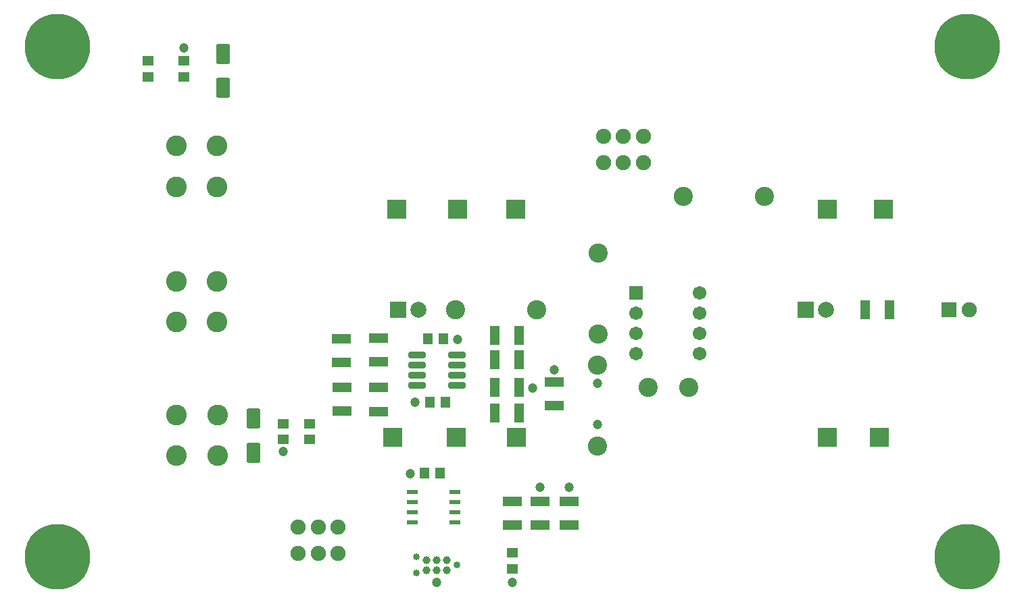
<source format=gbr>
G04*
G04 #@! TF.GenerationSoftware,Altium Limited,Altium Designer,24.1.2 (44)*
G04*
G04 Layer_Color=8757620*
%FSLAX44Y44*%
%MOMM*%
G71*
G04*
G04 #@! TF.SameCoordinates,9659F079-296E-40C6-98A9-55E0524B4074*
G04*
G04*
G04 #@! TF.FilePolarity,Negative*
G04*
G01*
G75*
%ADD19C,1.9032*%
%ADD20R,1.7032X1.7032*%
%ADD21C,1.7032*%
%ADD22C,2.6032*%
%ADD23C,8.2032*%
%ADD24R,1.9032X1.9032*%
%ADD25C,2.4028*%
%ADD26C,0.8500*%
%ADD27R,2.0032X2.0032*%
%ADD28C,2.0032*%
%ADD29R,2.4032X2.4032*%
%ADD30R,2.4032X2.4032*%
%ADD31C,2.4032*%
%ADD32C,1.2032*%
%ADD50R,1.3970X0.5588*%
%ADD57R,1.2192X2.4638*%
%ADD58R,2.4638X1.2192*%
%ADD59R,1.4532X1.2032*%
%ADD60R,1.2032X1.4532*%
G04:AMPARAMS|DCode=61|XSize=2.5332mm|YSize=1.7532mm|CornerRadius=0.2954mm|HoleSize=0mm|Usage=FLASHONLY|Rotation=90.000|XOffset=0mm|YOffset=0mm|HoleType=Round|Shape=RoundedRectangle|*
%AMROUNDEDRECTD61*
21,1,2.5332,1.1625,0,0,90.0*
21,1,1.9425,1.7532,0,0,90.0*
1,1,0.5907,0.5813,0.9712*
1,1,0.5907,0.5813,-0.9712*
1,1,0.5907,-0.5813,-0.9712*
1,1,0.5907,-0.5813,0.9712*
%
%ADD61ROUNDEDRECTD61*%
G04:AMPARAMS|DCode=62|XSize=2.1732mm|YSize=0.8032mm|CornerRadius=0.1766mm|HoleSize=0mm|Usage=FLASHONLY|Rotation=180.000|XOffset=0mm|YOffset=0mm|HoleType=Round|Shape=RoundedRectangle|*
%AMROUNDEDRECTD62*
21,1,2.1732,0.4500,0,0,180.0*
21,1,1.8200,0.8032,0,0,180.0*
1,1,0.3532,-0.9100,0.2250*
1,1,0.3532,0.9100,0.2250*
1,1,0.3532,0.9100,-0.2250*
1,1,0.3532,-0.9100,-0.2250*
%
%ADD62ROUNDEDRECTD62*%
%ADD63C,1.0032*%
D19*
X789250Y574250D02*
D03*
X764250D02*
D03*
Y607250D02*
D03*
X789250D02*
D03*
X814250D02*
D03*
Y574250D02*
D03*
X407000Y84250D02*
D03*
X382000D02*
D03*
Y117250D02*
D03*
X407000D02*
D03*
X432000D02*
D03*
Y84250D02*
D03*
X1222700Y390000D02*
D03*
D20*
X805550Y410850D02*
D03*
D21*
Y385450D02*
D03*
Y360050D02*
D03*
Y334650D02*
D03*
X884950D02*
D03*
Y360050D02*
D03*
Y385450D02*
D03*
Y410850D02*
D03*
D22*
X280750Y207250D02*
D03*
X229750D02*
D03*
X280750Y258250D02*
D03*
X229750D02*
D03*
X229500Y595500D02*
D03*
X280500D02*
D03*
X229500Y544500D02*
D03*
X280500D02*
D03*
X229500Y425500D02*
D03*
X280500D02*
D03*
X229500Y374500D02*
D03*
X280500D02*
D03*
D23*
X1220000Y720000D02*
D03*
X80000D02*
D03*
Y80000D02*
D03*
X1220000D02*
D03*
D24*
X1197300Y390000D02*
D03*
D25*
X757000Y219200D02*
D03*
Y320800D02*
D03*
X579200Y390000D02*
D03*
X680800D02*
D03*
X757500Y460800D02*
D03*
Y359200D02*
D03*
X864200Y532500D02*
D03*
X965800D02*
D03*
D26*
X529600Y59840D02*
D03*
Y80160D02*
D03*
X580400Y70000D02*
D03*
D27*
X1017300Y390000D02*
D03*
X507300D02*
D03*
D28*
X1042700D02*
D03*
X532700D02*
D03*
D29*
X654745Y516249D02*
D03*
X581750Y516250D02*
D03*
X505745Y516249D02*
D03*
X655000Y230000D02*
D03*
X580000D02*
D03*
X500000D02*
D03*
X1115000Y516250D02*
D03*
X1045000D02*
D03*
Y230000D02*
D03*
D30*
X1110000D02*
D03*
D31*
X820600Y292500D02*
D03*
X871400D02*
D03*
D32*
X650500Y48000D02*
D03*
X756750Y297750D02*
D03*
X555250Y48250D02*
D03*
X238500Y718250D02*
D03*
X757250Y246250D02*
D03*
X675750Y291750D02*
D03*
X702500Y315000D02*
D03*
X721500Y167500D02*
D03*
X685000Y167500D02*
D03*
X363500Y212250D02*
D03*
X522500Y184750D02*
D03*
X581250Y353000D02*
D03*
X528000Y274000D02*
D03*
D50*
X524727Y161590D02*
D03*
Y148890D02*
D03*
Y136190D02*
D03*
Y123490D02*
D03*
X577813D02*
D03*
Y136190D02*
D03*
Y148890D02*
D03*
Y161590D02*
D03*
D57*
X628500Y357750D02*
D03*
X658500D02*
D03*
X658500Y327750D02*
D03*
X628500D02*
D03*
X658500Y260250D02*
D03*
X628500D02*
D03*
X1092500Y390000D02*
D03*
X1122500D02*
D03*
X658500Y292750D02*
D03*
X628500D02*
D03*
D58*
X482750Y324750D02*
D03*
Y354750D02*
D03*
X482250Y262500D02*
D03*
Y292500D02*
D03*
X721500Y150000D02*
D03*
Y120000D02*
D03*
X436250Y354000D02*
D03*
Y324000D02*
D03*
X436500Y262750D02*
D03*
Y292750D02*
D03*
X703000Y299500D02*
D03*
Y269500D02*
D03*
X650000Y120000D02*
D03*
Y150000D02*
D03*
X685000D02*
D03*
Y120000D02*
D03*
D59*
X193750Y702250D02*
D03*
Y682250D02*
D03*
X650000Y85000D02*
D03*
Y65000D02*
D03*
X396000Y227250D02*
D03*
Y247250D02*
D03*
X238750Y702250D02*
D03*
Y682250D02*
D03*
X363500Y227250D02*
D03*
Y247250D02*
D03*
D60*
X546750Y274000D02*
D03*
X566750D02*
D03*
X564250Y353500D02*
D03*
X544250D02*
D03*
X560000Y185000D02*
D03*
X540000D02*
D03*
D61*
X287500Y711350D02*
D03*
Y668650D02*
D03*
X326250Y253350D02*
D03*
Y210650D02*
D03*
D62*
X530988Y333292D02*
D03*
Y320592D02*
D03*
Y307892D02*
D03*
Y295191D02*
D03*
X580388D02*
D03*
Y307892D02*
D03*
Y320592D02*
D03*
Y333292D02*
D03*
D63*
X542300Y76350D02*
D03*
X567700Y63650D02*
D03*
Y76350D02*
D03*
X555000Y63650D02*
D03*
X542300D02*
D03*
X555000Y76350D02*
D03*
M02*

</source>
